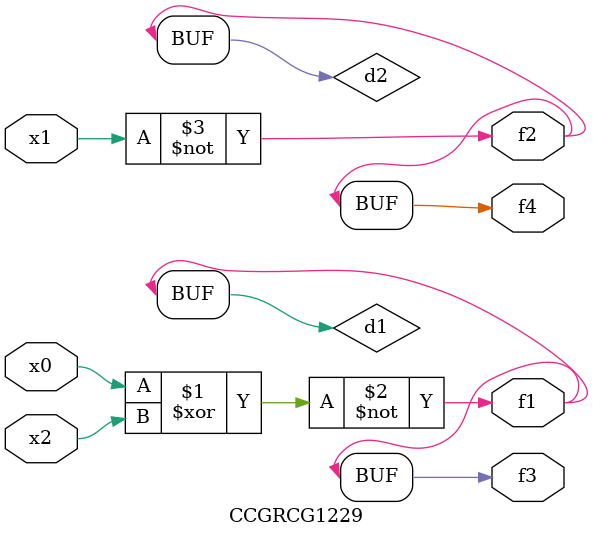
<source format=v>
module CCGRCG1229(
	input x0, x1, x2,
	output f1, f2, f3, f4
);

	wire d1, d2, d3;

	xnor (d1, x0, x2);
	nand (d2, x1);
	nor (d3, x1, x2);
	assign f1 = d1;
	assign f2 = d2;
	assign f3 = d1;
	assign f4 = d2;
endmodule

</source>
